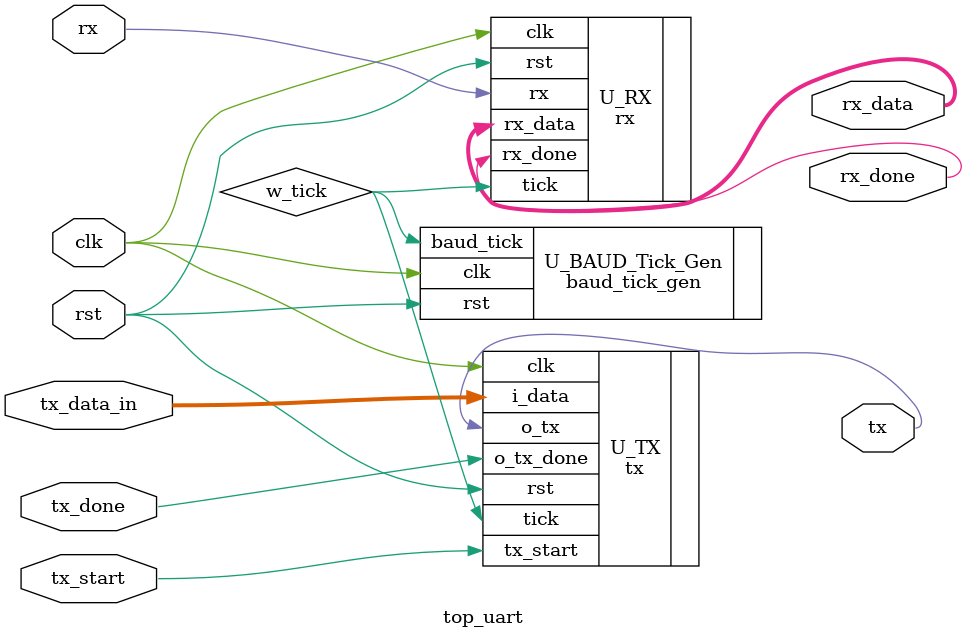
<source format=v>
`timescale 1ns / 1ps


module top_uart(
    input clk,
    input rst,
    input tx_start,
    input rx,
    output tx,
    input [7:0] tx_data_in,
    input tx_done,
    output [7:0] rx_data,
    output rx_done
    );

    wire w_tick;
/*
    btn_debounce u_BTN_DEBOUNCE(
        .clk(clk),
        .reset(rst),
        .tx_start(tx_start),
        .o_btn(w_start)
    );
*/    
    tx U_TX(
        .clk(clk),
        .rst(rst),
        .tick(w_tick),
//        .start_trigger(w_start),
        .tx_start(tx_start),
        .i_data(tx_data_in),
        .o_tx(tx),
        .o_tx_done(tx_done)
    );

    baud_tick_gen U_BAUD_Tick_Gen(
        .clk(clk),
        .rst(rst),
        .baud_tick(w_tick)
    );

    rx U_RX(
        .clk(clk),
        .rst(rst),
        .rx(rx),
        .tick(w_tick),
        .rx_data(rx_data),
        .rx_done(rx_done)
    );


endmodule
</source>
